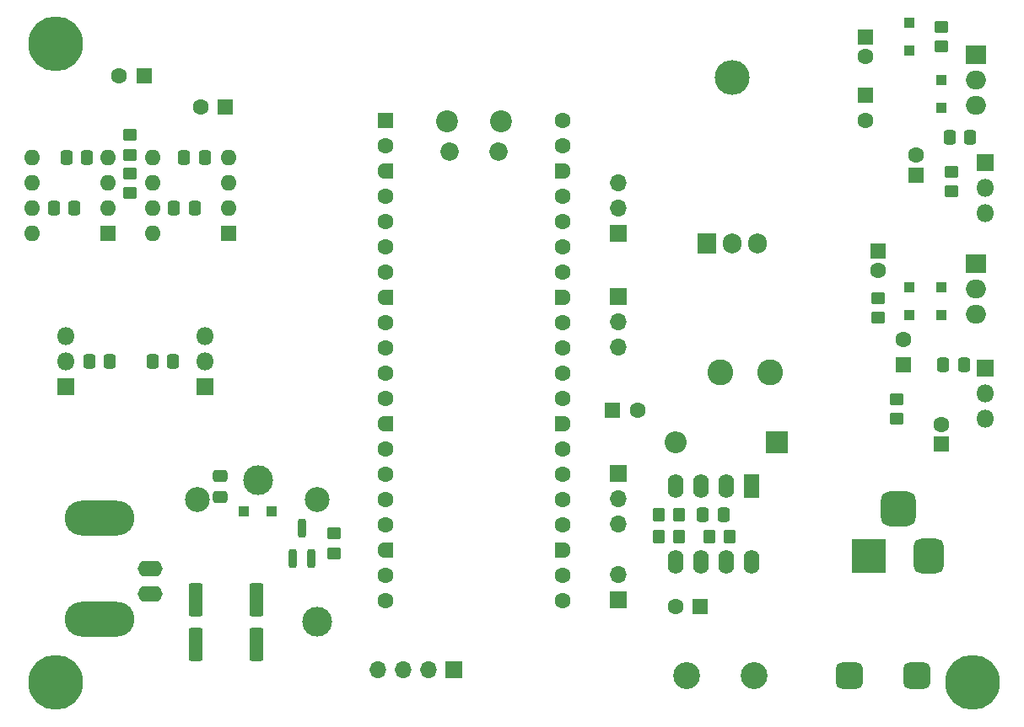
<source format=gbr>
%TF.GenerationSoftware,KiCad,Pcbnew,8.0.1*%
%TF.CreationDate,2024-05-10T21:26:45+02:00*%
%TF.ProjectId,SiganlGen,53696761-6e6c-4476-956e-2e6b69636164,rev?*%
%TF.SameCoordinates,Original*%
%TF.FileFunction,Soldermask,Bot*%
%TF.FilePolarity,Negative*%
%FSLAX46Y46*%
G04 Gerber Fmt 4.6, Leading zero omitted, Abs format (unit mm)*
G04 Created by KiCad (PCBNEW 8.0.1) date 2024-05-10 21:26:45*
%MOMM*%
%LPD*%
G01*
G04 APERTURE LIST*
G04 Aperture macros list*
%AMRoundRect*
0 Rectangle with rounded corners*
0 $1 Rounding radius*
0 $2 $3 $4 $5 $6 $7 $8 $9 X,Y pos of 4 corners*
0 Add a 4 corners polygon primitive as box body*
4,1,4,$2,$3,$4,$5,$6,$7,$8,$9,$2,$3,0*
0 Add four circle primitives for the rounded corners*
1,1,$1+$1,$2,$3*
1,1,$1+$1,$4,$5*
1,1,$1+$1,$6,$7*
1,1,$1+$1,$8,$9*
0 Add four rect primitives between the rounded corners*
20,1,$1+$1,$2,$3,$4,$5,0*
20,1,$1+$1,$4,$5,$6,$7,0*
20,1,$1+$1,$6,$7,$8,$9,0*
20,1,$1+$1,$8,$9,$2,$3,0*%
%AMFreePoly0*
4,1,28,0.605014,0.794986,0.644504,0.794986,0.724698,0.756366,0.780194,0.686777,0.800000,0.600000,0.800000,-0.600000,0.780194,-0.686777,0.724698,-0.756366,0.644504,-0.794986,0.605014,-0.794986,0.600000,-0.800000,0.000000,-0.800000,-0.178017,-0.779942,-0.347107,-0.720775,-0.498792,-0.625465,-0.625465,-0.498792,-0.720775,-0.347107,-0.779942,-0.178017,-0.800000,0.000000,-0.779942,0.178017,
-0.720775,0.347107,-0.625465,0.498792,-0.498792,0.625465,-0.347107,0.720775,-0.178017,0.779942,0.000000,0.800000,0.600000,0.800000,0.605014,0.794986,0.605014,0.794986,$1*%
%AMFreePoly1*
4,1,28,0.178017,0.779942,0.347107,0.720775,0.498792,0.625465,0.625465,0.498792,0.720775,0.347107,0.779942,0.178017,0.800000,0.000000,0.779942,-0.178017,0.720775,-0.347107,0.625465,-0.498792,0.498792,-0.625465,0.347107,-0.720775,0.178017,-0.779942,0.000000,-0.800000,-0.600000,-0.800000,-0.605014,-0.794986,-0.644504,-0.794986,-0.724698,-0.756366,-0.780194,-0.686777,-0.800000,-0.600000,
-0.800000,0.600000,-0.780194,0.686777,-0.724698,0.756366,-0.644504,0.794986,-0.605014,0.794986,-0.600000,0.800000,0.000000,0.800000,0.178017,0.779942,0.178017,0.779942,$1*%
G04 Aperture macros list end*
%ADD10R,1.600000X1.600000*%
%ADD11C,1.600000*%
%ADD12R,1.800000X1.800000*%
%ADD13O,1.800000X1.800000*%
%ADD14R,1.700000X1.700000*%
%ADD15O,1.700000X1.700000*%
%ADD16O,1.600000X1.600000*%
%ADD17C,2.200000*%
%ADD18C,1.850000*%
%ADD19RoundRect,0.200000X-0.600000X-0.600000X0.600000X-0.600000X0.600000X0.600000X-0.600000X0.600000X0*%
%ADD20FreePoly0,0.000000*%
%ADD21FreePoly1,0.000000*%
%ADD22O,3.500000X3.500000*%
%ADD23R,1.905000X2.000000*%
%ADD24O,1.905000X2.000000*%
%ADD25C,5.500000*%
%ADD26R,2.200000X2.200000*%
%ADD27O,2.200000X2.200000*%
%ADD28RoundRect,0.675000X0.675000X0.675000X-0.675000X0.675000X-0.675000X-0.675000X0.675000X-0.675000X0*%
%ADD29C,2.700000*%
%ADD30O,2.500000X1.600000*%
%ADD31O,7.000000X3.500000*%
%ADD32R,2.000000X1.905000*%
%ADD33O,2.000000X1.905000*%
%ADD34R,3.500000X3.500000*%
%ADD35RoundRect,0.750000X0.750000X1.000000X-0.750000X1.000000X-0.750000X-1.000000X0.750000X-1.000000X0*%
%ADD36RoundRect,0.875000X0.875000X0.875000X-0.875000X0.875000X-0.875000X-0.875000X0.875000X-0.875000X0*%
%ADD37R,1.600000X2.400000*%
%ADD38O,1.600000X2.400000*%
%ADD39C,2.600000*%
%ADD40C,3.000000*%
%ADD41C,2.500000*%
%ADD42RoundRect,0.250000X-0.450000X0.350000X-0.450000X-0.350000X0.450000X-0.350000X0.450000X0.350000X0*%
%ADD43RoundRect,0.250000X-0.337500X-0.475000X0.337500X-0.475000X0.337500X0.475000X-0.337500X0.475000X0*%
%ADD44RoundRect,0.250000X0.475000X-0.337500X0.475000X0.337500X-0.475000X0.337500X-0.475000X-0.337500X0*%
%ADD45RoundRect,0.200000X0.200000X-0.750000X0.200000X0.750000X-0.200000X0.750000X-0.200000X-0.750000X0*%
%ADD46RoundRect,0.249999X-0.450001X-1.425001X0.450001X-1.425001X0.450001X1.425001X-0.450001X1.425001X0*%
%ADD47RoundRect,0.250000X0.450000X-0.350000X0.450000X0.350000X-0.450000X0.350000X-0.450000X-0.350000X0*%
%ADD48RoundRect,0.250000X0.300000X-0.300000X0.300000X0.300000X-0.300000X0.300000X-0.300000X-0.300000X0*%
%ADD49RoundRect,0.250000X0.337500X0.475000X-0.337500X0.475000X-0.337500X-0.475000X0.337500X-0.475000X0*%
%ADD50RoundRect,0.250000X-0.350000X-0.450000X0.350000X-0.450000X0.350000X0.450000X-0.350000X0.450000X0*%
%ADD51RoundRect,0.250000X-0.300000X0.300000X-0.300000X-0.300000X0.300000X-0.300000X0.300000X0.300000X0*%
%ADD52RoundRect,0.250000X-0.300000X-0.300000X0.300000X-0.300000X0.300000X0.300000X-0.300000X0.300000X0*%
%ADD53RoundRect,0.250000X0.350000X0.450000X-0.350000X0.450000X-0.350000X-0.450000X0.350000X-0.450000X0*%
G04 APERTURE END LIST*
D10*
%TO.C,C6*%
X171504887Y-72390000D03*
D11*
X174004887Y-72390000D03*
%TD*%
D12*
%TO.C,Q4*%
X116580000Y-69975000D03*
D13*
X116580000Y-67435000D03*
X116580000Y-64895000D03*
%TD*%
D14*
%TO.C,J3*%
X155575000Y-98425000D03*
D15*
X153035000Y-98425000D03*
X150495000Y-98425000D03*
X147955000Y-98425000D03*
%TD*%
D10*
%TO.C,U6*%
X132937500Y-54549800D03*
D16*
X132937500Y-52009800D03*
X132937500Y-49469800D03*
X132937500Y-46929800D03*
X125317500Y-46929800D03*
X125317500Y-49469800D03*
X125317500Y-52009800D03*
X125317500Y-54549800D03*
%TD*%
D14*
%TO.C,J5*%
X172085000Y-78740000D03*
D15*
X172085000Y-81280000D03*
X172085000Y-83820000D03*
%TD*%
D14*
%TO.C,J6*%
X172085000Y-60960000D03*
D15*
X172085000Y-63500000D03*
X172085000Y-66040000D03*
%TD*%
D17*
%TO.C,U1*%
X154875000Y-43337500D03*
D18*
X155175000Y-46367500D03*
X160025000Y-46367500D03*
D17*
X160325000Y-43337500D03*
D19*
X148710000Y-43207500D03*
D11*
X148710000Y-45747500D03*
D20*
X148710000Y-48287500D03*
D11*
X148710000Y-50827500D03*
X148710000Y-53367500D03*
X148710000Y-55907500D03*
X148710000Y-58447500D03*
D20*
X148710000Y-60987500D03*
D11*
X148710000Y-63527500D03*
X148710000Y-66067500D03*
X148710000Y-68607500D03*
X148710000Y-71147500D03*
D20*
X148710000Y-73687500D03*
D11*
X148710000Y-76227500D03*
X148710000Y-78767500D03*
X148710000Y-81307500D03*
X148710000Y-83847500D03*
D20*
X148710000Y-86387500D03*
D11*
X148710000Y-88927500D03*
X148710000Y-91467500D03*
X166490000Y-91467500D03*
X166490000Y-88927500D03*
D21*
X166490000Y-86387500D03*
D11*
X166490000Y-83847500D03*
X166490000Y-81307500D03*
X166490000Y-78767500D03*
X166490000Y-76227500D03*
D21*
X166490000Y-73687500D03*
D11*
X166490000Y-71147500D03*
X166490000Y-68607500D03*
X166490000Y-66067500D03*
X166490000Y-63527500D03*
D21*
X166490000Y-60987500D03*
D11*
X166490000Y-58447500D03*
X166490000Y-55907500D03*
X166490000Y-53367500D03*
X166490000Y-50827500D03*
D21*
X166490000Y-48287500D03*
D11*
X166490000Y-45747500D03*
X166490000Y-43207500D03*
%TD*%
D22*
%TO.C,U3*%
X183515000Y-38925000D03*
D23*
X180975000Y-55585000D03*
D24*
X183515000Y-55585000D03*
X186055000Y-55585000D03*
%TD*%
D12*
%TO.C,Q1*%
X208915000Y-47447556D03*
D13*
X208915000Y-49987556D03*
X208915000Y-52527556D03*
%TD*%
D25*
%TO.C,REF\u002A\u002A*%
X115570000Y-35560000D03*
%TD*%
%TO.C,REF\u002A\u002A*%
X115570000Y-99695000D03*
%TD*%
D14*
%TO.C,J7*%
X172085000Y-54610000D03*
D15*
X172085000Y-52070000D03*
X172085000Y-49530000D03*
%TD*%
D26*
%TO.C,D2*%
X187950000Y-75555000D03*
D27*
X177790000Y-75555000D03*
%TD*%
D10*
%TO.C,C22*%
X124460000Y-38735000D03*
D11*
X121960000Y-38735000D03*
%TD*%
D10*
%TO.C,C7*%
X201930000Y-48717556D03*
D11*
X201930000Y-46717556D03*
%TD*%
D28*
%TO.C,F1*%
X202055000Y-99060000D03*
X195295000Y-99060000D03*
D29*
X185705000Y-99060000D03*
X178945000Y-99060000D03*
%TD*%
D30*
%TO.C,J2*%
X125095000Y-88265000D03*
D31*
X120015000Y-93345000D03*
D30*
X125095000Y-90805000D03*
D31*
X120015000Y-83185000D03*
%TD*%
D32*
%TO.C,U5*%
X207962500Y-57607556D03*
D33*
X207962500Y-60147556D03*
X207962500Y-62687556D03*
%TD*%
D32*
%TO.C,U4*%
X207985000Y-36652556D03*
D33*
X207985000Y-39192556D03*
X207985000Y-41732556D03*
%TD*%
D34*
%TO.C,J1*%
X197200000Y-86995000D03*
D35*
X203200000Y-86995000D03*
D36*
X200200000Y-82295000D03*
%TD*%
D10*
%TO.C,C8*%
X204470000Y-75772556D03*
D11*
X204470000Y-73772556D03*
%TD*%
D10*
%TO.C,C23*%
X132650113Y-41910000D03*
D11*
X130150113Y-41910000D03*
%TD*%
D37*
%TO.C,U2*%
X185410000Y-80010000D03*
D38*
X182870000Y-80010000D03*
X180330000Y-80010000D03*
X177790000Y-80010000D03*
X177790000Y-87630000D03*
X180330000Y-87630000D03*
X182870000Y-87630000D03*
X185410000Y-87630000D03*
%TD*%
D10*
%TO.C,C13*%
X196850000Y-40704888D03*
D11*
X196850000Y-43204888D03*
%TD*%
D12*
%TO.C,Q5*%
X130550000Y-69975000D03*
D13*
X130550000Y-67435000D03*
X130550000Y-64895000D03*
%TD*%
D10*
%TO.C,C2*%
X180290000Y-92065000D03*
D11*
X177790000Y-92065000D03*
%TD*%
D10*
%TO.C,U7*%
X120882500Y-54539800D03*
D16*
X120882500Y-51999800D03*
X120882500Y-49459800D03*
X120882500Y-46919800D03*
X113262500Y-46919800D03*
X113262500Y-49459800D03*
X113262500Y-51999800D03*
X113262500Y-54539800D03*
%TD*%
D14*
%TO.C,J4*%
X172085000Y-91440000D03*
D15*
X172085000Y-88900000D03*
%TD*%
D25*
%TO.C,REF\u002A\u002A*%
X207645000Y-99695000D03*
%TD*%
D10*
%TO.C,C12*%
X198120000Y-56337556D03*
D11*
X198120000Y-58337556D03*
%TD*%
D39*
%TO.C,L1*%
X187315000Y-68580000D03*
X182315000Y-68580000D03*
%TD*%
D40*
%TO.C,K1*%
X135890000Y-79375000D03*
X141890000Y-93575000D03*
D41*
X129840000Y-81325000D03*
X141840000Y-81325000D03*
%TD*%
D10*
%TO.C,C11*%
X196850000Y-34811056D03*
D11*
X196850000Y-36811056D03*
%TD*%
D10*
%TO.C,C14*%
X200660000Y-67767556D03*
D11*
X200660000Y-65267556D03*
%TD*%
D12*
%TO.C,Q2*%
X208907500Y-68085056D03*
D13*
X208907500Y-70625056D03*
X208907500Y-73165056D03*
%TD*%
D42*
%TO.C,R5*%
X200025000Y-71212556D03*
X200025000Y-73212556D03*
%TD*%
D43*
%TO.C,C21*%
X116680000Y-46929800D03*
X118755000Y-46929800D03*
%TD*%
D44*
%TO.C,C24*%
X132080000Y-81047500D03*
X132080000Y-78972500D03*
%TD*%
D45*
%TO.C,Q6*%
X141285000Y-87225000D03*
X139385000Y-87225000D03*
X140335000Y-84225000D03*
%TD*%
D46*
%TO.C,R36*%
X129665000Y-95885000D03*
X135765000Y-95885000D03*
%TD*%
D47*
%TO.C,R9*%
X198112500Y-63052556D03*
X198112500Y-61052556D03*
%TD*%
D43*
%TO.C,C20*%
X115410000Y-52009800D03*
X117485000Y-52009800D03*
%TD*%
D46*
%TO.C,R35*%
X129665000Y-91440000D03*
X135765000Y-91440000D03*
%TD*%
D48*
%TO.C,D3*%
X204462500Y-62817556D03*
X204462500Y-60017556D03*
%TD*%
%TO.C,D4*%
X204470000Y-41926056D03*
X204470000Y-39126056D03*
%TD*%
D43*
%TO.C,C10*%
X204702500Y-67767556D03*
X206777500Y-67767556D03*
%TD*%
D49*
%TO.C,C9*%
X207412500Y-44907556D03*
X205337500Y-44907556D03*
%TD*%
D50*
%TO.C,R3*%
X176165000Y-85080000D03*
X178165000Y-85080000D03*
%TD*%
D48*
%TO.C,D5*%
X201295000Y-36211056D03*
X201295000Y-33411056D03*
%TD*%
D42*
%TO.C,R37*%
X123092300Y-48530000D03*
X123092300Y-50530000D03*
%TD*%
%TO.C,R4*%
X205480000Y-48352556D03*
X205480000Y-50352556D03*
%TD*%
D50*
%TO.C,R1*%
X181235000Y-85080000D03*
X183235000Y-85080000D03*
%TD*%
D42*
%TO.C,R33*%
X143510000Y-84725000D03*
X143510000Y-86725000D03*
%TD*%
D51*
%TO.C,D6*%
X201287500Y-60017556D03*
X201287500Y-62817556D03*
%TD*%
D43*
%TO.C,C19*%
X125327500Y-67435000D03*
X127402500Y-67435000D03*
%TD*%
D49*
%TO.C,C3*%
X182637500Y-82810000D03*
X180562500Y-82810000D03*
%TD*%
D52*
%TO.C,D7*%
X134490000Y-82550000D03*
X137290000Y-82550000D03*
%TD*%
D53*
%TO.C,R2*%
X178155000Y-82810000D03*
X176155000Y-82810000D03*
%TD*%
D43*
%TO.C,C18*%
X118977500Y-67435000D03*
X121052500Y-67435000D03*
%TD*%
%TO.C,C16*%
X127465000Y-52009800D03*
X129540000Y-52009800D03*
%TD*%
%TO.C,C17*%
X128502500Y-46929800D03*
X130577500Y-46929800D03*
%TD*%
D42*
%TO.C,R8*%
X204470000Y-33811056D03*
X204470000Y-35811056D03*
%TD*%
%TO.C,R44*%
X123092300Y-44669200D03*
X123092300Y-46669200D03*
%TD*%
M02*

</source>
